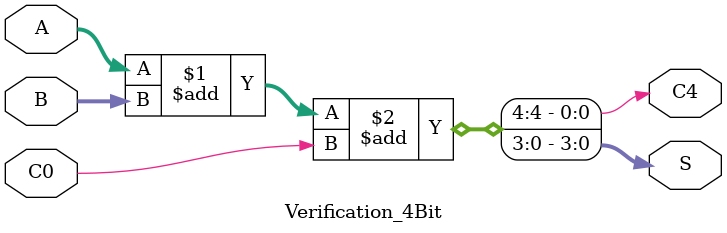
<source format=v>
`timescale 1ns / 1ps


module Verification_4Bit(
    input [3:0] A,
    input [3:0] B,
    input C0,
    output C4,
    output [3:0] S
    );
    
    assign {C4, S} = A + B + C0;

endmodule

</source>
